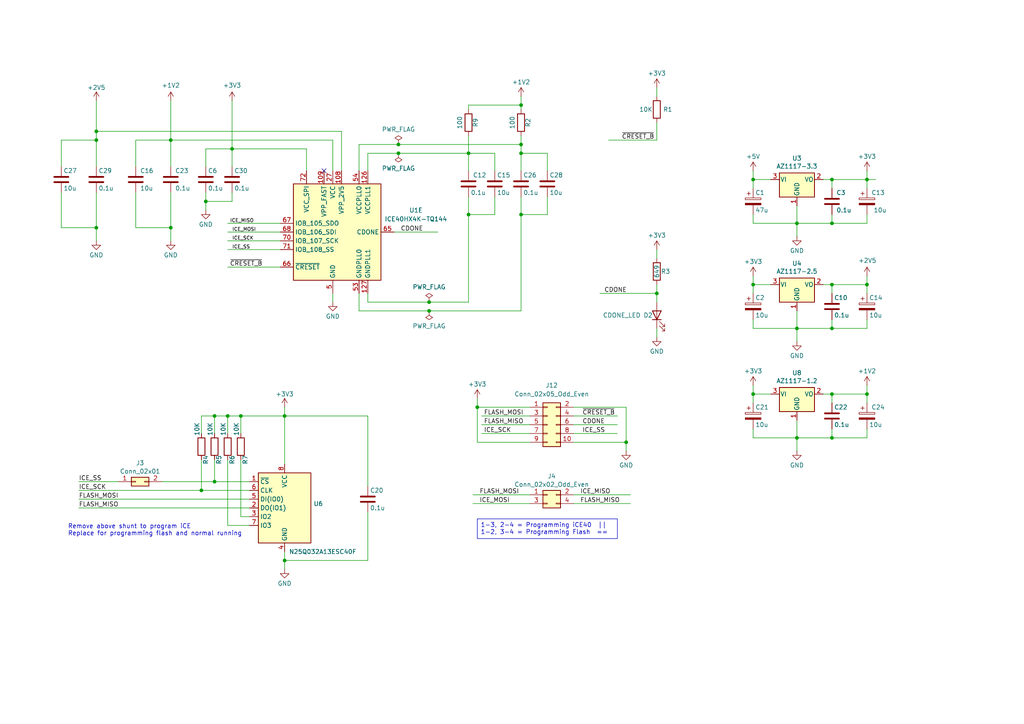
<source format=kicad_sch>
(kicad_sch (version 20250114) (generator "eeschema") (generator_version "9.0")
  (paper "A4")
  (lib_symbols
    (symbol "+1V2_1" (power) (pin_numbers (hide yes)) (pin_names (offset 0) (hide yes))
      (property "Value" "+1V2" (at 0 3.556 0))
      (symbol "+1V2_1_0_1"
        (polyline (pts (xy -0.762 1.27) (xy 0 2.54)))
        (polyline (pts (xy 0 2.54) (xy 0.762 1.27)))
        (polyline (pts (xy 0 0) (xy 0 2.54)))
      )
      (symbol "+1V2_1_1_1"
        (pin power_in line (at 0 0 90) (length 0) (name "~") (number "1"))
      )
    )
    (symbol "+1V2_2" (power) (pin_numbers (hide yes)) (pin_names (offset 0) (hide yes))
      (property "Value" "+1V2" (at 0 3.556 0))
      (symbol "+1V2_2_0_1"
        (polyline (pts (xy -0.762 1.27) (xy 0 2.54)))
        (polyline (pts (xy 0 2.54) (xy 0.762 1.27)))
        (polyline (pts (xy 0 0) (xy 0 2.54)))
      )
      (symbol "+1V2_2_1_1"
        (pin power_in line (at 0 0 90) (length 0) (name "~") (number "1"))
      )
    )
    (symbol "+1V2_3" (power) (pin_numbers (hide yes)) (pin_names (offset 0) (hide yes))
      (property "Value" "+1V2" (at 0 3.556 0))
      (symbol "+1V2_3_0_1"
        (polyline (pts (xy -0.762 1.27) (xy 0 2.54)))
        (polyline (pts (xy 0 2.54) (xy 0.762 1.27)))
        (polyline (pts (xy 0 0) (xy 0 2.54)))
      )
      (symbol "+1V2_3_1_1"
        (pin power_in line (at 0 0 90) (length 0) (name "~") (number "1"))
      )
    )
    (symbol "Connector_Generic:Conn_02x01" (pin_names (offset 1.016) (hide yes))
      (property "Reference" "J" (at 1.27 2.54 0))
      (property "Value" "Conn_02x01" (at 1.27 -2.54 0))
      (symbol "Conn_02x01_1_1"
        (rectangle (start -1.27 1.27) (end 3.81 -1.27) (stroke (width 0.254)) (fill (type background)))
        (rectangle (start -1.27 0.127) (end 0 -0.127) (stroke (width 0.1524)))
        (rectangle (start 3.81 0.127) (end 2.54 -0.127) (stroke (width 0.1524)))
        (pin passive line (at -5.08 0 0) (length 3.81) (name "Pin_1") (number "1"))
        (pin passive line (at 7.62 0 180) (length 3.81) (name "Pin_2") (number "2"))
      )
    )
    (symbol "Connector_Generic:Conn_02x02_Odd_Even" (pin_names (offset 1.016) (hide yes))
      (property "Reference" "J" (at 1.27 2.54 0))
      (property "Value" "Conn_02x02_Odd_Even" (at 1.27 -5.08 0))
      (symbol "Conn_02x02_Odd_Even_1_1"
        (rectangle (start -1.27 1.27) (end 3.81 -3.81) (stroke (width 0.254)) (fill (type background)))
        (rectangle (start -1.27 0.127) (end 0 -0.127) (stroke (width 0.1524)))
        (rectangle (start -1.27 -2.413) (end 0 -2.667) (stroke (width 0.1524)))
        (rectangle (start 3.81 0.127) (end 2.54 -0.127) (stroke (width 0.1524)))
        (rectangle (start 3.81 -2.413) (end 2.54 -2.667) (stroke (width 0.1524)))
        (pin passive line (at -5.08 0 0) (length 3.81) (name "Pin_1") (number "1"))
        (pin passive line (at -5.08 -2.54 0) (length 3.81) (name "Pin_3") (number "3"))
        (pin passive line (at 7.62 0 180) (length 3.81) (name "Pin_2") (number "2"))
        (pin passive line (at 7.62 -2.54 180) (length 3.81) (name "Pin_4") (number "4"))
      )
    )
    (symbol "Connector_Generic:Conn_02x05_Odd_Even" (pin_names (offset 1.016) (hide yes))
      (property "Reference" "J" (at 1.27 7.62 0))
      (property "Value" "Conn_02x05_Odd_Even" (at 1.27 -7.62 0))
      (symbol "Conn_02x05_Odd_Even_1_1"
        (rectangle (start -1.27 6.35) (end 3.81 -6.35) (stroke (width 0.254)) (fill (type background)))
        (rectangle (start -1.27 5.207) (end 0 4.953) (stroke (width 0.1524)))
        (rectangle (start -1.27 2.667) (end 0 2.413) (stroke (width 0.1524)))
        (rectangle (start -1.27 0.127) (end 0 -0.127) (stroke (width 0.1524)))
        (rectangle (start -1.27 -2.413) (end 0 -2.667) (stroke (width 0.1524)))
        (rectangle (start -1.27 -4.953) (end 0 -5.207) (stroke (width 0.1524)))
        (rectangle (start 3.81 5.207) (end 2.54 4.953) (stroke (width 0.1524)))
        (rectangle (start 3.81 2.667) (end 2.54 2.413) (stroke (width 0.1524)))
        (rectangle (start 3.81 0.127) (end 2.54 -0.127) (stroke (width 0.1524)))
        (rectangle (start 3.81 -2.413) (end 2.54 -2.667) (stroke (width 0.1524)))
        (rectangle (start 3.81 -4.953) (end 2.54 -5.207) (stroke (width 0.1524)))
        (pin passive line (at -5.08 5.08 0) (length 3.81) (name "Pin_1") (number "1"))
        (pin passive line (at -5.08 2.54 0) (length 3.81) (name "Pin_3") (number "3"))
        (pin passive line (at -5.08 0 0) (length 3.81) (name "Pin_5") (number "5"))
        (pin passive line (at -5.08 -2.54 0) (length 3.81) (name "Pin_7") (number "7"))
        (pin passive line (at -5.08 -5.08 0) (length 3.81) (name "Pin_9") (number "9"))
        (pin passive line (at 7.62 5.08 180) (length 3.81) (name "Pin_2") (number "2"))
        (pin passive line (at 7.62 2.54 180) (length 3.81) (name "Pin_4") (number "4"))
        (pin passive line (at 7.62 0 180) (length 3.81) (name "Pin_6") (number "6"))
        (pin passive line (at 7.62 -2.54 180) (length 3.81) (name "Pin_8") (number "8"))
        (pin passive line (at 7.62 -5.08 180) (length 3.81) (name "Pin_10") (number "10"))
      )
    )
    (symbol "Device:C" (pin_numbers (hide yes)) (pin_names (offset 0.254))
      (property "Reference" "C" (at 0.635 2.54 0))
      (property "Value" "C" (at 0.635 -2.54 0))
      (symbol "C_0_1"
        (polyline (pts (xy -2.032 0.762) (xy 2.032 0.762)) (stroke (width 0.508)))
        (polyline (pts (xy -2.032 -0.762) (xy 2.032 -0.762)) (stroke (width 0.508)))
      )
      (symbol "C_1_1"
        (pin passive line (at 0 3.81 270) (length 2.794) (name "~") (number "1"))
        (pin passive line (at 0 -3.81 90) (length 2.794) (name "~") (number "2"))
      )
    )
    (symbol "Device:C_Polarized" (pin_numbers (hide yes)) (pin_names (offset 0.254))
      (property "Reference" "C" (at 0.635 2.54 0))
      (property "Value" "C_Polarized" (at 0.635 -2.54 0))
      (symbol "C_Polarized_0_1"
        (rectangle (start -2.286 0.508) (end 2.286 1.016))
        (polyline (pts (xy -1.778 2.286) (xy -0.762 2.286)))
        (polyline (pts (xy -1.27 2.794) (xy -1.27 1.778)))
        (rectangle (start 2.286 -0.508) (end -2.286 -1.016) (fill (type outline)))
      )
      (symbol "C_Polarized_1_1"
        (pin passive line (at 0 3.81 270) (length 2.794) (name "~") (number "1"))
        (pin passive line (at 0 -3.81 90) (length 2.794) (name "~") (number "2"))
      )
    )
    (symbol "Device:LED" (pin_numbers (hide yes)) (pin_names (offset 1.016) (hide yes))
      (property "Reference" "D" (at 0 2.54 0))
      (property "Value" "LED" (at 0 -2.54 0))
      (symbol "LED_0_1"
        (polyline (pts (xy -3.048 -0.762) (xy -4.572 -2.286) (xy -3.81 -2.286) (xy -4.572 -2.286) (xy -4.572 -1.524)))
        (polyline (pts (xy -1.778 -0.762) (xy -3.302 -2.286) (xy -2.54 -2.286) (xy -3.302 -2.286) (xy -3.302 -1.524)))
        (polyline (pts (xy -1.27 0) (xy 1.27 0)))
        (polyline (pts (xy -1.27 -1.27) (xy -1.27 1.27)) (stroke (width 0.254)))
        (polyline (pts (xy 1.27 -1.27) (xy 1.27 1.27) (xy -1.27 0) (xy 1.27 -1.27)) (stroke (width 0.254)))
      )
      (symbol "LED_1_1"
        (pin passive line (at -3.81 0 0) (length 2.54) (name "K") (number "1"))
        (pin passive line (at 3.81 0 180) (length 2.54) (name "A") (number "2"))
      )
    )
    (symbol "Device:R" (pin_numbers (hide yes)) (pin_names (offset 0))
      (property "Reference" "R" (at 2.032 0 90))
      (property "Value" "R" (at 0 0 90))
      (symbol "R_0_1"
        (rectangle (start -1.016 -2.54) (end 1.016 2.54) (stroke (width 0.254)))
      )
      (symbol "R_1_1"
        (pin passive line (at 0 3.81 270) (length 1.27) (name "~") (number "1"))
        (pin passive line (at 0 -3.81 90) (length 1.27) (name "~") (number "2"))
      )
    )
    (symbol "FPGA_Lattice:ICE40HX4K-TQ144"
      (property "Reference" "U" (at 12.7 53.34 0))
      (property "Value" "ICE40HX4K-TQ144" (at 30.48 48.26 0))
      (symbol "ICE40HX4K-TQ144_1_1"
        (rectangle (start -8.89 41.91) (end 6.35 -36.83) (stroke (width 0.254)) (fill (type background)))
        (pin bidirectional line (at -12.7 30.48 0) (length 3.81) (name "IOT_168") (number "110"))
        (pin bidirectional line (at -12.7 27.94 0) (length 3.81) (name "IOT_169") (number "112"))
        (pin bidirectional line (at -12.7 25.4 0) (length 3.81) (name "IOT_170") (number "113"))
        (pin bidirectional line (at -12.7 22.86 0) (length 3.81) (name "IOT_171") (number "114"))
        (pin bidirectional line (at -12.7 20.32 0) (length 3.81) (name "IOT_172") (number "115"))
        (pin bidirectional line (at -12.7 17.78 0) (length 3.81) (name "IOT_173") (number "116"))
        (pin bidirectional line (at -12.7 15.24 0) (length 3.81) (name "IOT_174") (number "117"))
        (pin bidirectional line (at -12.7 12.7 0) (length 3.81) (name "IOT_177") (number "118"))
        (pin bidirectional line (at -12.7 10.16 0) (length 3.81) (name "IOT_178") (number "119"))
        (pin bidirectional line (at -12.7 7.62 0) (length 3.81) (name "IOT_179") (number "120"))
        (pin bidirectional line (at -12.7 5.08 0) (length 3.81) (name "IOT_181") (number "121"))
        (pin bidirectional line (at -12.7 2.54 0) (length 3.81) (name "IOT_190") (number "122"))
        (pin bidirectional line (at -12.7 0 0) (length 3.81) (name "IOT_191") (number "124"))
        (pin bidirectional line (at -12.7 -2.54 0) (length 3.81) (name "IOT_192") (number "125"))
        (pin bidirectional line (at -12.7 -5.08 0) (length 3.81) (name "IOT_197_GBIN1") (number "128"))
        (pin bidirectional line (at -12.7 -7.62 0) (length 3.81) (name "IOT_198_GBIN0") (number "129"))
        (pin bidirectional line (at -12.7 -10.16 0) (length 3.81) (name "IOT_206") (number "130"))
        (pin bidirectional line (at -12.7 -12.7 0) (length 3.81) (name "IOT_212") (number "134"))
        (pin bidirectional line (at -12.7 -15.24 0) (length 3.81) (name "IOT_213") (number "135"))
        (pin bidirectional line (at -12.7 -17.78 0) (length 3.81) (name "IOT_214") (number "136"))
        (pin bidirectional line (at -12.7 -20.32 0) (length 3.81) (name "IOT_215") (number "137"))
        (pin bidirectional line (at -12.7 -22.86 0) (length 3.81) (name "IOT_216") (number "138"))
        (pin bidirectional line (at -12.7 -25.4 0) (length 3.81) (name "IOT_217") (number "139"))
        (pin bidirectional line (at -12.7 -27.94 0) (length 3.81) (name "IOT_219") (number "141"))
        (pin bidirectional line (at -12.7 -30.48 0) (length 3.81) (name "IOT_220") (number "142"))
        (pin bidirectional line (at -12.7 -33.02 0) (length 3.81) (name "IOT_221") (number "143"))
        (pin bidirectional line (at -12.7 -35.56 0) (length 3.81) (name "IOT_222") (number "144"))
        (pin power_in line (at 0 45.72 270) (length 3.81) (name "VCCIO_0") (number "123"))
        (pin passive line (at 0 45.72 270) (length 3.81) (hide yes) (name "VCCIO_0") (number "131"))
      )
      (symbol "ICE40HX4K-TQ144_2_1"
        (rectangle (start -8.89 44.45) (end 6.35 -39.37) (stroke (width 0.254)) (fill (type background)))
        (pin bidirectional line (at -12.7 33.02 0) (length 3.81) (name "IOR_109") (number "73"))
        (pin bidirectional line (at -12.7 30.48 0) (length 3.81) (name "IOR_110") (number "74"))
        (pin bidirectional line (at -12.7 27.94 0) (length 3.81) (name "IOR_111") (number "75"))
        (pin bidirectional line (at -12.7 25.4 0) (length 3.81) (name "IOR_112") (number "76"))
        (pin bidirectional line (at -12.7 22.86 0) (length 3.81) (name "IOR_114") (number "78"))
        (pin bidirectional line (at -12.7 20.32 0) (length 3.81) (name "IOR_115") (number "79"))
        (pin bidirectional line (at -12.7 17.78 0) (length 3.81) (name "IOR_116") (number "80"))
        (pin bidirectional line (at -12.7 15.24 0) (length 3.81) (name "IOR_117") (number "81"))
        (pin bidirectional line (at -12.7 12.7 0) (length 3.81) (name "IOR_118") (number "82"))
        (pin bidirectional line (at -12.7 10.16 0) (length 3.81) (name "IOR_119") (number "83"))
        (pin bidirectional line (at -12.7 7.62 0) (length 3.81) (name "IOR_120") (number "84"))
        (pin bidirectional line (at -12.7 5.08 0) (length 3.81) (name "IOR_128") (number "85"))
        (pin bidirectional line (at -12.7 2.54 0) (length 3.81) (name "IOR_136") (number "87"))
        (pin bidirectional line (at -12.7 0 0) (length 3.81) (name "IOR_137") (number "88"))
        (pin bidirectional line (at -12.7 -2.54 0) (length 3.81) (name "IOR_138") (number "90"))
        (pin bidirectional line (at -12.7 -5.08 0) (length 3.81) (name "IOR_139") (number "91"))
        (pin bidirectional line (at -12.7 -7.62 0) (length 3.81) (name "IOR_140_GBIN3") (number "93"))
        (pin bidirectional line (at -12.7 -10.16 0) (length 3.81) (name "IOR_141_GBIN2") (number "94"))
        (pin bidirectional line (at -12.7 -12.7 0) (length 3.81) (name "IOR_144") (number "95"))
        (pin bidirectional line (at -12.7 -15.24 0) (length 3.81) (name "IOR_146") (number "96"))
        (pin bidirectional line (at -12.7 -17.78 0) (length 3.81) (name "IOR_147") (number "97"))
        (pin bidirectional line (at -12.7 -20.32 0) (length 3.81) (name "IOR_148") (number "98"))
        (pin bidirectional line (at -12.7 -22.86 0) (length 3.81) (name "IOR_152") (number "99"))
        (pin bidirectional line (at -12.7 -25.4 0) (length 3.81) (name "IOR_160") (number "101"))
        (pin bidirectional line (at -12.7 -27.94 0) (length 3.81) (name "IOR_161") (number "102"))
        (pin bidirectional line (at -12.7 -30.48 0) (length 3.81) (name "IOR_164") (number "104"))
        (pin bidirectional line (at -12.7 -33.02 0) (length 3.81) (name "IOR_165") (number "105"))
        (pin bidirectional line (at -12.7 -35.56 0) (length 3.81) (name "IOR_166") (number "106"))
        (pin bidirectional line (at -12.7 -38.1 0) (length 3.81) (name "IOR_167") (number "107"))
        (pin passive line (at 0 48.26 270) (length 3.81) (hide yes) (name "VCCIO_1") (number "100"))
        (pin power_in line (at 0 48.26 270) (length 3.81) (name "VCCIO_1") (number "89"))
      )
      (symbol "ICE40HX4K-TQ144_3_1"
        (rectangle (start -8.89 31.75) (end 7.62 -26.67) (stroke (width 0.254)) (fill (type background)))
        (pin bidirectional line (at -12.7 20.32 0) (length 3.81) (name "IOB_56") (number "37"))
        (pin bidirectional line (at -12.7 17.78 0) (length 3.81) (name "IOB_57") (number "38"))
        (pin bidirectional line (at -12.7 15.24 0) (length 3.81) (name "IOB_61") (number "39"))
        (pin bidirectional line (at -12.7 12.7 0) (length 3.81) (name "IOB_63") (number "41"))
        (pin bidirectional line (at -12.7 10.16 0) (length 3.81) (name "IOB_64") (number "42"))
        (pin bidirectional line (at -12.7 7.62 0) (length 3.81) (name "IOB_71") (number "43"))
        (pin bidirectional line (at -12.7 5.08 0) (length 3.81) (name "IOB_72") (number "44"))
        (pin bidirectional line (at -12.7 2.54 0) (length 3.81) (name "IOB_73") (number "45"))
        (pin bidirectional line (at -12.7 0 0) (length 3.81) (name "IOB_79") (number "47"))
        (pin bidirectional line (at -12.7 -2.54 0) (length 3.81) (name "IOB_80") (number "48"))
        (pin bidirectional line (at -12.7 -5.08 0) (length 3.81) (name "IOB_81_GBIN5") (number "49"))
        (pin bidirectional line (at -12.7 -7.62 0) (length 3.81) (name "IOB_82_GBIN4") (number "52"))
        (pin bidirectional line (at -12.7 -10.16 0) (length 3.81) (name "IOB_91") (number "55"))
        (pin bidirectional line (at -12.7 -12.7 0) (length 3.81) (name "IOB_94") (number "56"))
        (pin bidirectional line (at -12.7 -15.24 0) (length 3.81) (name "IOB_95") (number "60"))
        (pin bidirectional line (at -12.7 -17.78 0) (length 3.81) (name "IOB_96") (number "61"))
        (pin bidirectional line (at -12.7 -20.32 0) (length 3.81) (name "IOB_102") (number "62"))
        (pin bidirectional line (at -12.7 -22.86 0) (length 3.81) (name "IOB_103_CBSEL0") (number "63"))
        (pin bidirectional line (at -12.7 -25.4 0) (length 3.81) (name "IOB_104_CBSEL1") (number "64"))
        (pin power_in line (at 0 35.56 270) (length 3.81) (name "VCCIO_2") (number "46"))
        (pin passive line (at 0 35.56 270) (length 3.81) (hide yes) (name "VCCIO_2") (number "57"))
      )
      (symbol "ICE40HX4K-TQ144_4_1"
        (rectangle (start -8.89 41.91) (end 6.35 -39.37) (stroke (width 0.254)) (fill (type background)))
        (pin bidirectional line (at -12.7 30.48 0) (length 3.81) (name "IOL_2A") (number "1"))
        (pin bidirectional line (at -12.7 27.94 0) (length 3.81) (name "IOL_2B") (number "2"))
        (pin bidirectional line (at -12.7 25.4 0) (length 3.81) (name "IOL_3A") (number "3"))
        (pin bidirectional line (at -12.7 22.86 0) (length 3.81) (name "IOL_3B") (number "4"))
        (pin bidirectional line (at -12.7 20.32 0) (length 3.81) (name "IOL_4A") (number "7"))
        (pin bidirectional line (at -12.7 17.78 0) (length 3.81) (name "IOL_4B") (number "8"))
        (pin bidirectional line (at -12.7 15.24 0) (length 3.81) (name "IOL_5A") (number "9"))
        (pin bidirectional line (at -12.7 12.7 0) (length 3.81) (name "IOL_5B") (number "10"))
        (pin bidirectional line (at -12.7 10.16 0) (length 3.81) (name "IOL_8A") (number "11"))
        (pin bidirectional line (at -12.7 7.62 0) (length 3.81) (name "IOL_8B") (number "12"))
        (pin bidirectional line (at -12.7 5.08 0) (length 3.81) (name "IOL_10A") (number "15"))
        (pin bidirectional line (at -12.7 2.54 0) (length 3.81) (name "IOL_10B") (number "16"))
        (pin bidirectional line (at -12.7 0 0) (length 3.81) (name "IOL_12A") (number "17"))
        (pin bidirectional line (at -12.7 -2.54 0) (length 3.81) (name "IOL_12B") (number "18"))
        (pin bidirectional line (at -12.7 -5.08 0) (length 3.81) (name "IOL_13A") (number "19"))
        (pin bidirectional line (at -12.7 -7.62 0) (length 3.81) (name "IOL_13B_GBIN7") (number "20"))
        (pin bidirectional line (at -12.7 -10.16 0) (length 3.81) (name "IOL_14A_GBIN6") (number "21"))
        (pin bidirectional line (at -12.7 -12.7 0) (length 3.81) (name "IOL_14B") (number "22"))
        (pin bidirectional line (at -12.7 -15.24 0) (length 3.81) (name "IOL_17A") (number "23"))
        (pin bidirectional line (at -12.7 -17.78 0) (length 3.81) (name "IOL_17B") (number "24"))
        (pin bidirectional line (at -12.7 -20.32 0) (length 3.81) (name "IOL_18A") (number "25"))
        (pin bidirectional line (at -12.7 -22.86 0) (length 3.81) (name "IOL_18B") (number "26"))
        (pin bidirectional line (at -12.7 -25.4 0) (length 3.81) (name "IOL_23A") (number "28"))
        (pin bidirectional line (at -12.7 -27.94 0) (length 3.81) (name "IOL_23B") (number "29"))
        (pin bidirectional line (at -12.7 -30.48 0) (length 3.81) (name "IOL_24A") (number "31"))
        (pin bidirectional line (at -12.7 -33.02 0) (length 3.81) (name "IOL_24B") (number "32"))
        (pin bidirectional line (at -12.7 -35.56 0) (length 3.81) (name "IOL_25A") (number "33"))
        (pin bidirectional line (at -12.7 -38.1 0) (length 3.81) (name "IOL_25B") (number "34"))
        (pin passive line (at 0 45.72 270) (length 3.81) (hide yes) (name "VCCIO_3") (number "30"))
        (pin power_in line (at 0 45.72 270) (length 3.81) (name "VCCIO_3") (number "6"))
      )
      (symbol "ICE40HX4K-TQ144_5_1"
        (rectangle (start -11.43 13.97) (end 13.97 -13.97) (stroke (width 0.254)) (fill (type background)))
        (pin bidirectional line (at -15.24 2.54 0) (length 3.81) (name "IOB_105_SDO") (number "67"))
        (pin bidirectional line (at -15.24 0 0) (length 3.81) (name "IOB_106_SDI") (number "68"))
        (pin bidirectional line (at -15.24 -2.54 0) (length 3.81) (name "IOB_107_SCK") (number "70"))
        (pin bidirectional line (at -15.24 -5.08 0) (length 3.81) (name "IOB_108_SS") (number "71"))
        (pin input line (at -15.24 -10.16 0) (length 3.81) (name "~{CRESET}") (number "66"))
        (pin power_in line (at -7.62 17.78 270) (length 3.81) (name "VCC_SPI") (number "72"))
        (pin power_in line (at -2.54 17.78 270) (length 3.81) (name "VPP_FAST") (number "109"))
        (pin passive line (at 0 17.78 270) (length 3.81) (hide yes) (name "VCC") (number "111"))
        (pin power_in line (at 0 17.78 270) (length 3.81) (name "VCC") (number "27"))
        (pin passive line (at 0 17.78 270) (length 3.81) (hide yes) (name "VCC") (number "40"))
        (pin passive line (at 0 17.78 270) (length 3.81) (hide yes) (name "VCC") (number "92"))
        (pin passive line (at 0 -17.78 90) (length 3.81) (hide yes) (name "GND") (number "103"))
        (pin passive line (at 0 -17.78 90) (length 3.81) (hide yes) (name "GND") (number "13"))
        (pin passive line (at 0 -17.78 90) (length 3.81) (hide yes) (name "GND") (number "132"))
        (pin passive line (at 0 -17.78 90) (length 3.81) (hide yes) (name "GND") (number "14"))
        (pin passive line (at 0 -17.78 90) (length 3.81) (hide yes) (name "GND") (number "140"))
        (pin power_in line (at 0 -17.78 90) (length 3.81) (name "GND") (number "5"))
        (pin passive line (at 0 -17.78 90) (length 3.81) (hide yes) (name "GND") (number "59"))
        (pin passive line (at 0 -17.78 90) (length 3.81) (hide yes) (name "GND") (number "69"))
        (pin passive line (at 0 -17.78 90) (length 3.81) (hide yes) (name "GND") (number "86"))
        (pin power_in line (at 2.54 17.78 270) (length 3.81) (name "VPP_2V5") (number "108"))
        (pin power_in line (at 7.62 17.78 270) (length 3.81) (name "VCCPLL0") (number "54"))
        (pin power_in line (at 7.62 -17.78 90) (length 3.81) (name "GNDPLL0") (number "53"))
        (pin power_in line (at 10.16 17.78 270) (length 3.81) (name "VCCPLL1") (number "126"))
        (pin power_in line (at 10.16 -17.78 90) (length 3.81) (name "GNDPLL1") (number "127"))
        (pin no_connect line (at 12.7 7.62 180) (length 3.81) (hide yes) (name "NC") (number "77"))
        (pin no_connect line (at 12.7 5.08 180) (length 3.81) (hide yes) (name "NC") (number "35"))
        (pin no_connect line (at 12.7 2.54 180) (length 3.81) (hide yes) (name "NC") (number "36"))
        (pin no_connect line (at 12.7 -2.54 180) (length 3.81) (hide yes) (name "NC") (number "50"))
        (pin no_connect line (at 12.7 -5.08 180) (length 3.81) (hide yes) (name "NC") (number "51"))
        (pin no_connect line (at 12.7 -7.62 180) (length 3.81) (hide yes) (name "NC") (number "58"))
        (pin no_connect line (at 12.7 -10.16 180) (length 3.81) (hide yes) (name "NC") (number "133"))
        (pin open_collector line (at 17.78 0 180) (length 3.81) (name "CDONE") (number "65"))
      )
    )
    (symbol "Memory_Flash:W25Q32JVSS"
      (property "Reference" "U" (at -6.35 11.43 0))
      (property "Value" "W25Q32JVSS" (at 7.62 11.43 0))
      (symbol "W25Q32JVSS_0_1"
        (rectangle (start -7.62 10.16) (end 7.62 -10.16) (stroke (width 0.254)) (fill (type background)))
      )
      (symbol "W25Q32JVSS_1_1"
        (pin input line (at -10.16 7.62 0) (length 2.54) (name "~{CS}") (number "1"))
        (pin input line (at -10.16 5.08 0) (length 2.54) (name "CLK") (number "6"))
        (pin bidirectional line (at -10.16 2.54 0) (length 2.54) (name "DI(IO0)") (number "5"))
        (pin bidirectional line (at -10.16 0 0) (length 2.54) (name "DO(IO1)") (number "2"))
        (pin bidirectional line (at -10.16 -2.54 0) (length 2.54) (name "IO2") (number "3"))
        (pin bidirectional line (at -10.16 -5.08 0) (length 2.54) (name "IO3") (number "7"))
        (pin power_in line (at 0 12.7 270) (length 2.54) (name "VCC") (number "8"))
        (pin power_in line (at 0 -12.7 90) (length 2.54) (name "GND") (number "4"))
      )
    )
    (symbol "Regulator_Linear:AZ1117-1.2" (pin_names (offset 0.254))
      (property "Reference" "U" (at -3.81 3.175 0))
      (property "Value" "AZ1117-1.2" (at 0 3.175 0))
      (symbol "AZ1117-1.2_0_1"
        (rectangle (start -5.08 1.905) (end 5.08 -5.08) (stroke (width 0.254)) (fill (type background)))
      )
      (symbol "AZ1117-1.2_1_1"
        (pin power_in line (at -7.62 0 0) (length 2.54) (name "VI") (number "3"))
        (pin power_in line (at 0 -7.62 90) (length 2.54) (name "GND") (number "1"))
        (pin power_out line (at 7.62 0 180) (length 2.54) (name "VO") (number "2"))
      )
    )
    (symbol "power:+1V2" (power) (pin_numbers (hide yes)) (pin_names (offset 0) (hide yes))
      (property "Value" "+1V2" (at 0 3.556 0))
      (symbol "+1V2_0_1"
        (polyline (pts (xy -0.762 1.27) (xy 0 2.54)))
        (polyline (pts (xy 0 2.54) (xy 0.762 1.27)))
        (polyline (pts (xy 0 0) (xy 0 2.54)))
      )
      (symbol "+1V2_1_1"
        (pin power_in line (at 0 0 90) (length 0) (name "~") (number "1"))
      )
    )
    (symbol "power:+3V3" (power) (pin_numbers (hide yes)) (pin_names (offset 0) (hide yes))
      (property "Value" "+3V3" (at 0 3.556 0))
      (symbol "+3V3_0_1"
        (polyline (pts (xy -0.762 1.27) (xy 0 2.54)))
        (polyline (pts (xy 0 2.54) (xy 0.762 1.27)))
        (polyline (pts (xy 0 0) (xy 0 2.54)))
      )
      (symbol "+3V3_1_1"
        (pin power_in line (at 0 0 90) (length 0) (name "~") (number "1"))
      )
    )
    (symbol "power:+5V" (power) (pin_numbers (hide yes)) (pin_names (offset 0) (hide yes))
      (property "Value" "+5V" (at 0 3.556 0))
      (symbol "+5V_0_1"
        (polyline (pts (xy -0.762 1.27) (xy 0 2.54)))
        (polyline (pts (xy 0 2.54) (xy 0.762 1.27)))
        (polyline (pts (xy 0 0) (xy 0 2.54)))
      )
      (symbol "+5V_1_1"
        (pin power_in line (at 0 0 90) (length 0) (name "~") (number "1"))
      )
    )
    (symbol "power:GND" (power) (pin_numbers (hide yes)) (pin_names (offset 0) (hide yes))
      (property "Value" "GND" (at 0 -3.81 0))
      (symbol "GND_0_1"
        (polyline (pts (xy 0 0) (xy 0 -1.27) (xy 1.27 -1.27) (xy 0 -2.54) (xy -1.27 -1.27) (xy 0 -1.27)))
      )
      (symbol "GND_1_1"
        (pin power_in line (at 0 0 270) (length 0) (name "~") (number "1"))
      )
    )
    (symbol "power:PWR_FLAG" (power) (pin_numbers (hide yes)) (pin_names (offset 0) (hide yes))
      (property "Value" "PWR_FLAG" (at 0 3.81 0))
      (symbol "PWR_FLAG_0_0"
        (pin power_out line (at 0 0 90) (length 0) (name "~") (number "1"))
      )
      (symbol "PWR_FLAG_0_1"
        (polyline (pts (xy 0 0) (xy 0 1.27) (xy -1.016 1.905) (xy 0 2.54) (xy 1.016 1.905) (xy 0 1.27)))
      )
    )
  )
  (text "Remove above shunt to program iCE\nReplace for programming flash and normal running" (at 19.685 155.575 0) (effects (font (size 1.27 1.27)) (justify left bottom)))
  (text_box "1-3, 2-4 = Programming iCE40  ||\n1-2, 3-4 = Programming Flash  ==" (at 138.43 150.495 0) (size 40.64 5.715) (margins 0.9525 0.9525 0.9525 0.9525) (effects (font (size 1.27 1.27)) (justify left top)))
  (junction (at 241.3 64.77))
  (junction (at 27.94 40.64))
  (junction (at 251.46 114.3))
  (junction (at 49.53 40.64))
  (junction (at 151.13 44.45))
  (junction (at 67.31 43.18))
  (junction (at 151.13 30.48))
  (junction (at 82.55 162.56))
  (junction (at 231.14 95.25))
  (junction (at 251.46 52.07))
  (junction (at 82.55 120.65))
  (junction (at 231.14 64.77))
  (junction (at 151.13 41.91))
  (junction (at 49.53 66.04))
  (junction (at 218.44 114.3))
  (junction (at 241.3 114.3))
  (junction (at 66.04 120.65))
  (junction (at 241.3 82.55))
  (junction (at 241.3 127))
  (junction (at 251.46 82.55))
  (junction (at 115.57 41.91))
  (junction (at 115.57 44.45))
  (junction (at 241.3 52.07))
  (junction (at 135.89 44.45))
  (junction (at 135.89 62.23))
  (junction (at 231.14 127))
  (junction (at 124.46 90.17))
  (junction (at 27.94 38.1))
  (junction (at 138.43 118.11))
  (junction (at 59.69 58.42))
  (junction (at 151.13 62.23))
  (junction (at 218.44 82.55))
  (junction (at 27.94 66.04))
  (junction (at 190.5 85.09))
  (junction (at 62.23 139.7))
  (junction (at 218.44 52.07))
  (junction (at 69.85 120.65))
  (junction (at 181.61 128.27))
  (junction (at 241.3 95.25))
  (junction (at 58.42 142.24))
  (junction (at 62.23 120.65))
  (junction (at 124.46 87.63))
  (no_connect (at 93.98 49.53))
  (wire (pts (xy 17.78 55.88) (xy 17.78 66.04)))
  (wire (pts (xy 135.89 44.45) (xy 135.89 49.53)))
  (wire (pts (xy 104.14 90.17) (xy 104.14 85.09)))
  (wire (pts (xy 27.94 29.21) (xy 27.94 38.1)))
  (wire (pts (xy 67.31 48.26) (xy 67.31 43.18)))
  (wire (pts (xy 251.46 116.84) (xy 251.46 114.3)))
  (wire (pts (xy 176.53 40.64) (xy 190.5 40.64)))
  (wire (pts (xy 88.9 43.18) (xy 88.9 49.53)))
  (wire (pts (xy 231.14 127) (xy 231.14 130.81)))
  (wire (pts (xy 241.3 116.84) (xy 241.3 114.3)))
  (wire (pts (xy 66.04 120.65) (xy 69.85 120.65)))
  (wire (pts (xy 135.89 39.37) (xy 135.89 44.45)))
  (wire (pts (xy 22.86 144.78) (xy 72.39 144.78)))
  (wire (pts (xy 251.46 82.55) (xy 251.46 80.01)))
  (wire (pts (xy 27.94 38.1) (xy 99.06 38.1)))
  (wire (pts (xy 151.13 44.45) (xy 158.75 44.45)))
  (wire (pts (xy 66.04 72.39) (xy 81.28 72.39)))
  (wire (pts (xy 251.46 124.46) (xy 251.46 127)))
  (wire (pts (xy 218.44 114.3) (xy 218.44 116.84)))
  (wire (pts (xy 66.04 133.35) (xy 66.04 152.4)))
  (wire (pts (xy 66.04 77.47) (xy 81.28 77.47)))
  (wire (pts (xy 58.42 120.65) (xy 58.42 125.73)))
  (wire (pts (xy 241.3 95.25) (xy 251.46 95.25)))
  (wire (pts (xy 143.51 57.15) (xy 143.51 62.23)))
  (wire (pts (xy 218.44 82.55) (xy 218.44 85.09)))
  (wire (pts (xy 27.94 55.88) (xy 27.94 66.04)))
  (wire (pts (xy 135.89 62.23) (xy 143.51 62.23)))
  (wire (pts (xy 138.43 115.57) (xy 138.43 118.11)))
  (wire (pts (xy 218.44 114.3) (xy 218.44 111.76)))
  (wire (pts (xy 190.5 82.55) (xy 190.5 85.09)))
  (wire (pts (xy 72.39 152.4) (xy 66.04 152.4)))
  (wire (pts (xy 231.14 95.25) (xy 218.44 95.25)))
  (wire (pts (xy 218.44 95.25) (xy 218.44 92.71)))
  (wire (pts (xy 151.13 39.37) (xy 151.13 41.91)))
  (wire (pts (xy 231.14 64.77) (xy 218.44 64.77)))
  (wire (pts (xy 39.37 40.64) (xy 39.37 48.26)))
  (wire (pts (xy 22.86 142.24) (xy 58.42 142.24)))
  (wire (pts (xy 114.3 67.31) (xy 127 67.31)))
  (wire (pts (xy 59.69 43.18) (xy 59.69 48.26)))
  (wire (pts (xy 17.78 48.26) (xy 17.78 40.64)))
  (wire (pts (xy 96.52 40.64) (xy 96.52 49.53)))
  (wire (pts (xy 58.42 142.24) (xy 72.39 142.24)))
  (wire (pts (xy 22.86 147.32) (xy 72.39 147.32)))
  (wire (pts (xy 59.69 58.42) (xy 59.69 60.96)))
  (wire (pts (xy 190.5 72.39) (xy 190.5 74.93)))
  (wire (pts (xy 96.52 85.09) (xy 96.52 87.63)))
  (wire (pts (xy 181.61 128.27) (xy 181.61 118.11)))
  (wire (pts (xy 166.37 143.51) (xy 182.88 143.51)))
  (wire (pts (xy 231.14 121.92) (xy 231.14 127)))
  (wire (pts (xy 17.78 40.64) (xy 27.94 40.64)))
  (wire (pts (xy 190.5 85.09) (xy 173.99 85.09)))
  (wire (pts (xy 190.5 85.09) (xy 190.5 87.63)))
  (wire (pts (xy 151.13 30.48) (xy 151.13 31.75)))
  (wire (pts (xy 166.37 125.73) (xy 179.07 125.73)))
  (wire (pts (xy 59.69 58.42) (xy 59.69 55.88)))
  (wire (pts (xy 46.99 139.7) (xy 62.23 139.7)))
  (wire (pts (xy 218.44 52.07) (xy 218.44 54.61)))
  (wire (pts (xy 62.23 133.35) (xy 62.23 139.7)))
  (wire (pts (xy 158.75 57.15) (xy 158.75 62.23)))
  (wire (pts (xy 151.13 90.17) (xy 124.46 90.17)))
  (wire (pts (xy 66.04 120.65) (xy 66.04 125.73)))
  (wire (pts (xy 69.85 133.35) (xy 69.85 149.86)))
  (wire (pts (xy 166.37 120.65) (xy 179.07 120.65)))
  (wire (pts (xy 166.37 123.19) (xy 179.07 123.19)))
  (wire (pts (xy 39.37 66.04) (xy 49.53 66.04)))
  (wire (pts (xy 67.31 29.21) (xy 67.31 43.18)))
  (wire (pts (xy 49.53 29.21) (xy 49.53 40.64)))
  (wire (pts (xy 190.5 95.25) (xy 190.5 97.79)))
  (wire (pts (xy 82.55 118.11) (xy 82.55 120.65)))
  (wire (pts (xy 218.44 52.07) (xy 218.44 49.53)))
  (wire (pts (xy 27.94 40.64) (xy 27.94 48.26)))
  (wire (pts (xy 138.43 128.27) (xy 153.67 128.27)))
  (wire (pts (xy 241.3 64.77) (xy 251.46 64.77)))
  (wire (pts (xy 238.76 82.55) (xy 241.3 82.55)))
  (wire (pts (xy 223.52 82.55) (xy 218.44 82.55)))
  (wire (pts (xy 190.5 25.4) (xy 190.5 27.94)))
  (wire (pts (xy 135.89 62.23) (xy 135.89 57.15)))
  (wire (pts (xy 115.57 41.91) (xy 151.13 41.91)))
  (wire (pts (xy 139.7 120.65) (xy 153.67 120.65)))
  (wire (pts (xy 82.55 160.02) (xy 82.55 162.56)))
  (wire (pts (xy 135.89 44.45) (xy 143.51 44.45)))
  (wire (pts (xy 49.53 66.04) (xy 49.53 69.85)))
  (wire (pts (xy 106.68 49.53) (xy 106.68 44.45)))
  (wire (pts (xy 158.75 44.45) (xy 158.75 49.53)))
  (wire (pts (xy 106.68 87.63) (xy 124.46 87.63)))
  (wire (pts (xy 241.3 82.55) (xy 251.46 82.55)))
  (wire (pts (xy 27.94 66.04) (xy 27.94 69.85)))
  (wire (pts (xy 27.94 38.1) (xy 27.94 40.64)))
  (wire (pts (xy 251.46 92.71) (xy 251.46 95.25)))
  (wire (pts (xy 139.7 123.19) (xy 153.67 123.19)))
  (wire (pts (xy 69.85 149.86) (xy 72.39 149.86)))
  (wire (pts (xy 139.7 125.73) (xy 153.67 125.73)))
  (wire (pts (xy 82.55 162.56) (xy 82.55 165.1)))
  (wire (pts (xy 241.3 92.71) (xy 241.3 95.25)))
  (wire (pts (xy 231.14 95.25) (xy 241.3 95.25)))
  (wire (pts (xy 151.13 62.23) (xy 151.13 90.17)))
  (wire (pts (xy 69.85 120.65) (xy 82.55 120.65)))
  (wire (pts (xy 251.46 85.09) (xy 251.46 82.55)))
  (wire (pts (xy 82.55 134.62) (xy 82.55 120.65)))
  (wire (pts (xy 62.23 120.65) (xy 66.04 120.65)))
  (wire (pts (xy 39.37 40.64) (xy 49.53 40.64)))
  (wire (pts (xy 218.44 82.55) (xy 218.44 80.01)))
  (wire (pts (xy 151.13 62.23) (xy 158.75 62.23)))
  (wire (pts (xy 238.76 114.3) (xy 241.3 114.3)))
  (wire (pts (xy 231.14 95.25) (xy 231.14 99.06)))
  (wire (pts (xy 251.46 49.53) (xy 251.46 52.07)))
  (wire (pts (xy 241.3 124.46) (xy 241.3 127)))
  (wire (pts (xy 62.23 139.7) (xy 72.39 139.7)))
  (wire (pts (xy 137.16 146.05) (xy 153.67 146.05)))
  (wire (pts (xy 106.68 44.45) (xy 115.57 44.45)))
  (wire (pts (xy 241.3 54.61) (xy 241.3 52.07)))
  (wire (pts (xy 106.68 120.65) (xy 106.68 140.97)))
  (wire (pts (xy 99.06 38.1) (xy 99.06 49.53)))
  (wire (pts (xy 151.13 41.91) (xy 151.13 44.45)))
  (wire (pts (xy 58.42 120.65) (xy 62.23 120.65)))
  (wire (pts (xy 241.3 62.23) (xy 241.3 64.77)))
  (wire (pts (xy 231.14 64.77) (xy 241.3 64.77)))
  (wire (pts (xy 104.14 41.91) (xy 115.57 41.91)))
  (wire (pts (xy 39.37 55.88) (xy 39.37 66.04)))
  (wire (pts (xy 251.46 54.61) (xy 251.46 52.07)))
  (wire (pts (xy 67.31 43.18) (xy 88.9 43.18)))
  (wire (pts (xy 251.46 52.07) (xy 254 52.07)))
  (wire (pts (xy 106.68 148.59) (xy 106.68 162.56)))
  (wire (pts (xy 22.86 139.7) (xy 34.29 139.7)))
  (wire (pts (xy 231.14 59.69) (xy 231.14 64.77)))
  (wire (pts (xy 59.69 58.42) (xy 67.31 58.42)))
  (wire (pts (xy 135.89 31.75) (xy 135.89 30.48)))
  (wire (pts (xy 181.61 128.27) (xy 166.37 128.27)))
  (wire (pts (xy 124.46 87.63) (xy 135.89 87.63)))
  (wire (pts (xy 251.46 62.23) (xy 251.46 64.77)))
  (wire (pts (xy 66.04 64.77) (xy 81.28 64.77)))
  (wire (pts (xy 241.3 127) (xy 251.46 127)))
  (wire (pts (xy 138.43 118.11) (xy 138.43 128.27)))
  (wire (pts (xy 238.76 52.07) (xy 241.3 52.07)))
  (wire (pts (xy 218.44 64.77) (xy 218.44 62.23)))
  (wire (pts (xy 135.89 62.23) (xy 135.89 87.63)))
  (wire (pts (xy 49.53 40.64) (xy 49.53 48.26)))
  (wire (pts (xy 106.68 85.09) (xy 106.68 87.63)))
  (wire (pts (xy 49.53 40.64) (xy 96.52 40.64)))
  (wire (pts (xy 137.16 143.51) (xy 153.67 143.51)))
  (wire (pts (xy 181.61 130.81) (xy 181.61 128.27)))
  (wire (pts (xy 166.37 146.05) (xy 182.88 146.05)))
  (wire (pts (xy 218.44 127) (xy 218.44 124.46)))
  (wire (pts (xy 59.69 43.18) (xy 67.31 43.18)))
  (wire (pts (xy 69.85 120.65) (xy 69.85 125.73)))
  (wire (pts (xy 115.57 44.45) (xy 135.89 44.45)))
  (wire (pts (xy 151.13 44.45) (xy 151.13 49.53)))
  (wire (pts (xy 62.23 120.65) (xy 62.23 125.73)))
  (wire (pts (xy 241.3 114.3) (xy 251.46 114.3)))
  (wire (pts (xy 223.52 52.07) (xy 218.44 52.07)))
  (wire (pts (xy 106.68 120.65) (xy 82.55 120.65)))
  (wire (pts (xy 151.13 27.94) (xy 151.13 30.48)))
  (wire (pts (xy 82.55 162.56) (xy 106.68 162.56)))
  (wire (pts (xy 104.14 49.53) (xy 104.14 41.91)))
  (wire (pts (xy 17.78 66.04) (xy 27.94 66.04)))
  (wire (pts (xy 138.43 118.11) (xy 153.67 118.11)))
  (wire (pts (xy 231.14 127) (xy 241.3 127)))
  (wire (pts (xy 241.3 52.07) (xy 251.46 52.07)))
  (wire (pts (xy 223.52 114.3) (xy 218.44 114.3)))
  (wire (pts (xy 151.13 62.23) (xy 151.13 57.15)))
  (wire (pts (xy 66.04 67.31) (xy 81.28 67.31)))
  (wire (pts (xy 66.04 69.85) (xy 81.28 69.85)))
  (wire (pts (xy 231.14 90.17) (xy 231.14 95.25)))
  (wire (pts (xy 49.53 55.88) (xy 49.53 66.04)))
  (wire (pts (xy 251.46 114.3) (xy 251.46 111.76)))
  (wire (pts (xy 124.46 90.17) (xy 104.14 90.17)))
  (wire (pts (xy 231.14 64.77) (xy 231.14 68.58)))
  (wire (pts (xy 231.14 127) (xy 218.44 127)))
  (wire (pts (xy 135.89 30.48) (xy 151.13 30.48)))
  (wire (pts (xy 241.3 85.09) (xy 241.3 82.55)))
  (wire (pts (xy 58.42 133.35) (xy 58.42 142.24)))
  (wire (pts (xy 143.51 44.45) (xy 143.51 49.53)))
  (wire (pts (xy 181.61 118.11) (xy 166.37 118.11)))
  (wire (pts (xy 67.31 55.88) (xy 67.31 58.42)))
  (wire (pts (xy 190.5 35.56) (xy 190.5 40.64)))
  (label "CDONE" (at 116.205 67.31 0))
  (label "CDONE" (at 175.26 85.09 0))
  (label "ICE_SCK" (at 140.335 125.73 0))
  (label "ICE_SS" (at 67.31 72.39 0) (effects (font (size 1 1))))
  (label "FLASH_MISO" (at 168.275 146.05 0))
  (label "FLASH_MISO" (at 22.86 147.32 0))
  (label "ICE_SS" (at 22.86 139.7 0))
  (label "ICE_SS" (at 168.91 125.73 0))
  (label "~{CRESET_B}" (at 180.34 40.64 0))
  (label "ICE_SCK" (at 67.31 69.85 0) (effects (font (size 1 1))))
  (label "ICE_MISO" (at 168.275 143.51 0))
  (label "CDONE" (at 168.91 123.19 0))
  (label "FLASH_MOSI" (at 139.065 143.51 0))
  (label "FLASH_MOSI" (at 140.335 120.65 0))
  (label "ICE_MOSI" (at 67.31 67.31 0) (effects (font (size 1 1))))
  (label "~{CRESET_B}" (at 168.91 120.65 0))
  (label "ICE_MOSI" (at 139.065 146.05 0))
  (label "FLASH_MOSI" (at 22.86 144.78 0))
  (label "FLASH_MISO" (at 140.335 123.19 0))
  (label "ICE_MISO" (at 66.675 64.77 0) (effects (font (size 1 1))))
  (label "~{CRESET_B}" (at 66.675 77.47 0))
  (label "ICE_SCK" (at 22.86 142.24 0))
  (symbol (lib_name "+1V2_2") (lib_id "power:+1V2") (at 151.13 27.94 0) (unit 1)
    (property "Reference" "#PWR010" (effects (hide yes)))
    (property "Value" "+1V2" (at 151.13 23.8069 0))
    (property "Description" "Power symbol creates a global label with name \"+1V2\"" (effects (hide yes)))
  )
  (symbol (lib_id "Device:C_Polarized") (at 218.44 88.9 0) (unit 1)
    (property "Reference" "C2" (at 219.075 86.36 0) (effects (justify left)))
    (property "Value" "10u" (at 219.075 91.44 0) (effects (justify left)))
    (property "Footprint" "Capacitor_Tantalum_SMD:CP_EIA-3216-10_Kemet-I" (effects (hide yes)))
    (property "Description" "Polarized capacitor" (effects (hide yes)))
  )
  (symbol (lib_id "Connector_Generic:Conn_02x05_Odd_Even") (at 158.75 123.19 0) (unit 1)
    (property "Reference" "J12" (at 160.02 111.76 0))
    (property "Value" "Conn_02x05_Odd_Even" (at 160.02 114.3 0))
    (property "Footprint" "Connector_IDC:IDC-Header_2x05_P2.54mm_Vertical" (effects (hide yes)))
    (property "Description" "Generic connector, double row, 02x05, odd/even pin numbering scheme (row 1 odd numbers, row 2 even numbers), script generated (kicad-library-utils/schlib/autogen/connector/)" (effects (hide yes)))
  )
  (symbol (lib_id "Device:C") (at 241.3 58.42 0) (unit 1)
    (property "Reference" "C3" (at 242.57 55.88 0) (effects (justify left)))
    (property "Value" "0.1u" (at 242.57 60.96 0) (effects (justify left)))
    (property "Footprint" "Capacitor_SMD:C_0805_2012Metric" (effects (hide yes)))
  )
  (symbol (lib_id "Device:C_Polarized") (at 218.44 120.65 0) (unit 1)
    (property "Reference" "C21" (at 219.075 118.11 0) (effects (justify left)))
    (property "Value" "10u" (at 219.075 123.19 0) (effects (justify left)))
    (property "Footprint" "Capacitor_Tantalum_SMD:CP_EIA-3216-10_Kemet-I" (effects (hide yes)))
    (property "Description" "Polarized capacitor" (effects (hide yes)))
  )
  (symbol (lib_id "power:PWR_FLAG") (at 124.46 87.63 0) (unit 1)
    (property "Reference" "#FLG05" (effects (hide yes)))
    (property "Value" "PWR_FLAG" (at 124.46 83.2358 0))
    (property "Description" "Special symbol for telling ERC where power comes from" (effects (hide yes)))
  )
  (symbol (lib_id "Regulator_Linear:AZ1117-1.2") (at 231.14 82.55 0) (unit 1)
    (property "Reference" "U4" (at 231.14 76.4032 0))
    (property "Value" "AZ1117-2.5" (at 231.14 78.7146 0))
    (property "Footprint" "Package_TO_SOT_SMD:SOT-223-3_TabPin2" (effects (hide yes)))
    (property "Datasheet" "https://www.diodes.com/assets/Datasheets/AZ1117.pdf" (effects (hide yes)))
  )
  (symbol (lib_id "Device:R") (at 135.89 35.56 0) (unit 1)
    (property "Reference" "R9" (at 137.922 35.56 90))
    (property "Value" "100" (at 133.35 35.56 90))
    (property "Footprint" "Resistor_SMD:R_0805_2012Metric" (effects (hide yes)))
  )
  (symbol (lib_id "Device:R") (at 190.5 78.74 0) (unit 1)
    (property "Reference" "R3" (at 193.04 78.74 0))
    (property "Value" "649" (at 190.5 78.74 90))
    (property "Footprint" "Resistor_SMD:R_0805_2012Metric" (effects (hide yes)))
  )
  (symbol (lib_id "Device:C") (at 17.78 52.07 0) (unit 1)
    (property "Reference" "C27" (at 18.415 49.53 0) (effects (justify left)))
    (property "Value" "10u" (at 18.415 54.61 0) (effects (justify left)))
    (property "Footprint" "Capacitor_SMD:C_0805_2012Metric" (effects (hide yes)))
  )
  (symbol (lib_id "Regulator_Linear:AZ1117-1.2") (at 231.14 114.3 0) (unit 1)
    (property "Reference" "U8" (at 231.14 108.1532 0))
    (property "Value" "AZ1117-1.2" (at 231.14 110.4646 0))
    (property "Footprint" "Package_TO_SOT_SMD:SOT-223-3_TabPin2" (effects (hide yes)))
    (property "Datasheet" "https://www.diodes.com/assets/Datasheets/AZ1117.pdf" (effects (hide yes)))
  )
  (symbol (lib_name "+1V2_1") (lib_id "power:+1V2") (at 251.46 111.76 0) (unit 1)
    (property "Reference" "#PWR013" (effects (hide yes)))
    (property "Value" "+1V2" (at 251.46 107.6269 0))
    (property "Description" "Power symbol creates a global label with name \"+1V2\"" (effects (hide yes)))
  )
  (symbol (lib_id "Memory_Flash:W25Q32JVSS") (at 82.55 147.32 0) (unit 1)
    (property "Reference" "U6" (at 90.932 146.1079 0) (effects (justify left)))
    (property "Value" "N25Q032A13ESC40F" (at 83.82 160.02 0) (effects (justify left)))
    (property "Footprint" "Package_SO:SOP-8_3.9x4.9mm_P1.27mm" (effects (hide yes)))
    (property "Datasheet" "http://www.winbond.com/resource-files/w25q32jv%20revg%2003272018%20plus.pdf" (effects (hide yes)))
  )
  (symbol (lib_name "+1V2_3") (lib_id "power:+1V2") (at 49.53 29.21 0) (unit 1)
    (property "Reference" "#PWR031" (effects (hide yes)))
    (property "Value" "+1V2" (at 49.53 24.765 0))
    (property "Description" "Power symbol creates a global label with name \"+1V2\"" (effects (hide yes)))
  )
  (symbol (lib_id "Device:R") (at 190.5 31.75 0) (unit 1)
    (property "Reference" "R1" (at 193.675 31.75 0))
    (property "Value" "10K" (at 187.325 31.75 0))
    (property "Footprint" "Resistor_SMD:R_0805_2012Metric" (effects (hide yes)))
  )
  (symbol (lib_id "Device:C") (at 59.69 52.07 0) (unit 1)
    (property "Reference" "C6" (at 60.325 49.53 0) (effects (justify left)))
    (property "Value" "0.1u" (at 60.325 54.61 0) (effects (justify left)))
    (property "Footprint" "Capacitor_SMD:C_0805_2012Metric" (effects (hide yes)))
  )
  (symbol (lib_id "Device:C") (at 135.89 53.34 0) (unit 1)
    (property "Reference" "C12" (at 137.16 50.8 0) (effects (justify left)))
    (property "Value" "0.1u" (at 136.525 55.88 0) (effects (justify left)))
    (property "Footprint" "Capacitor_SMD:C_0805_2012Metric" (effects (hide yes)))
  )
  (symbol (lib_id "Device:C") (at 143.51 53.34 0) (unit 1)
    (property "Reference" "C15" (at 144.145 50.8 0) (effects (justify left)))
    (property "Value" "10u" (at 144.145 55.88 0) (effects (justify left)))
    (property "Footprint" "Capacitor_SMD:C_0805_2012Metric" (effects (hide yes)))
  )
  (symbol (lib_id "Device:R") (at 66.04 129.54 0) (unit 1)
    (property "Reference" "R6" (at 67.31 133.35 90))
    (property "Value" "10K" (at 64.77 124.46 90))
    (property "Footprint" "Resistor_SMD:R_0805_2012Metric" (effects (hide yes)))
  )
  (symbol (lib_id "Regulator_Linear:AZ1117-1.2") (at 231.14 52.07 0) (unit 1)
    (property "Reference" "U3" (at 231.14 45.9232 0))
    (property "Value" "AZ1117-3.3" (at 231.14 48.2346 0))
    (property "Footprint" "Package_TO_SOT_SMD:SOT-223-3_TabPin2" (effects (hide yes)))
    (property "Datasheet" "https://www.diodes.com/assets/Datasheets/AZ1117.pdf" (effects (hide yes)))
  )
  (symbol (lib_id "Device:C_Polarized") (at 251.46 88.9 0) (unit 1)
    (property "Reference" "C14" (at 252.095 86.36 0) (effects (justify left)))
    (property "Value" "10u" (at 252.095 91.44 0) (effects (justify left)))
    (property "Footprint" "Capacitor_Tantalum_SMD:CP_EIA-3216-10_Kemet-I" (effects (hide yes)))
    (property "Description" "Polarized capacitor" (effects (hide yes)))
  )
  (symbol (lib_id "power:GND") (at 190.5 97.79 0) (unit 1)
    (property "Reference" "#PWR023" (effects (hide yes)))
    (property "Value" "GND" (at 190.5 101.9231 0))
    (property "Description" "Power symbol creates a global label with name \"GND\" , ground" (effects (hide yes)))
  )
  (symbol (lib_id "power:+3V3") (at 190.5 72.39 0) (unit 1)
    (property "Reference" "#PWR022" (effects (hide yes)))
    (property "Value" "+3V3" (at 190.5 68.2569 0))
    (property "Description" "Power symbol creates a global label with name \"+3V3\"" (effects (hide yes)))
  )
  (symbol (lib_id "power:+3V3") (at 82.55 118.11 0) (unit 1)
    (property "Reference" "#PWR026" (effects (hide yes)))
    (property "Value" "+3V3" (at 82.55 114.3 0))
    (property "Description" "Power symbol creates a global label with name \"+3V3\"" (effects (hide yes)))
  )
  (symbol (lib_id "power:+1V2") (at 251.46 80.01 0) (unit 1)
    (property "Reference" "#PWR015" (effects (hide yes)))
    (property "Value" "+2V5" (at 248.92 75.565 0) (effects (justify left)))
    (property "Description" "Power symbol creates a global label with name \"+1V2\"" (effects (hide yes)))
  )
  (symbol (lib_id "power:GND") (at 96.52 87.63 0) (unit 1)
    (property "Reference" "#PWR017" (effects (hide yes)))
    (property "Value" "GND" (at 96.52 91.7631 0))
    (property "Description" "Power symbol creates a global label with name \"GND\" , ground" (effects (hide yes)))
  )
  (symbol (lib_id "power:+3V3") (at 251.46 49.53 0) (unit 1)
    (property "Reference" "#PWR014" (effects (hide yes)))
    (property "Value" "+3V3" (at 251.46 45.3969 0))
    (property "Description" "Power symbol creates a global label with name \"+3V3\"" (effects (hide yes)))
  )
  (symbol (lib_id "power:PWR_FLAG") (at 115.57 41.91 0) (unit 1)
    (property "Reference" "#FLG04" (effects (hide yes)))
    (property "Value" "PWR_FLAG" (at 115.57 37.5158 0))
    (property "Description" "Special symbol for telling ERC where power comes from" (effects (hide yes)))
  )
  (symbol (lib_id "Device:C") (at 27.94 52.07 0) (unit 1)
    (property "Reference" "C29" (at 28.575 49.53 0) (effects (justify left)))
    (property "Value" "0.1u" (at 28.575 54.61 0) (effects (justify left)))
    (property "Footprint" "Capacitor_SMD:C_0805_2012Metric" (effects (hide yes)))
  )
  (symbol (lib_id "Device:C") (at 151.13 53.34 0) (unit 1)
    (property "Reference" "C26" (at 151.765 50.8 0) (effects (justify left)))
    (property "Value" "0.1u" (at 151.765 55.88 0) (effects (justify left)))
    (property "Footprint" "Capacitor_SMD:C_0805_2012Metric" (effects (hide yes)))
  )
  (symbol (lib_id "power:+3V3") (at 218.44 80.01 0) (unit 1)
    (property "Reference" "#PWR02" (effects (hide yes)))
    (property "Value" "+3V3" (at 218.44 75.8769 0))
    (property "Description" "Power symbol creates a global label with name \"+3V3\"" (effects (hide yes)))
  )
  (symbol (lib_id "Device:R") (at 62.23 129.54 0) (unit 1)
    (property "Reference" "R5" (at 63.5 133.35 90))
    (property "Value" "10K" (at 60.96 124.46 90))
    (property "Footprint" "Resistor_SMD:R_0805_2012Metric" (effects (hide yes)))
  )
  (symbol (lib_id "power:+3V3") (at 138.43 115.57 0) (unit 1)
    (property "Reference" "#PWR016" (effects (hide yes)))
    (property "Value" "+3V3" (at 138.43 111.4369 0))
    (property "Description" "Power symbol creates a global label with name \"+3V3\"" (effects (hide yes)))
  )
  (symbol (lib_id "Connector_Generic:Conn_02x02_Odd_Even") (at 158.75 143.51 0) (unit 1)
    (property "Reference" "J4" (at 160.02 138.0957 0))
    (property "Value" "Conn_02x02_Odd_Even" (at 160.02 140.5199 0))
    (property "Footprint" "Connector_PinHeader_2.54mm:PinHeader_2x02_P2.54mm_Vertical" (effects (hide yes)))
  )
  (symbol (lib_id "Device:LED") (at 190.5 91.44 90) (unit 1)
    (property "Reference" "D2" (at 187.96 91.44 90))
    (property "Value" "CDONE_LED" (at 180.34 91.44 90))
    (property "Footprint" "LED_SMD:LED_1210_3225Metric" (effects (hide yes)))
  )
  (symbol (lib_id "Device:C") (at 67.31 52.07 0) (unit 1)
    (property "Reference" "C30" (at 67.945 49.53 0) (effects (justify left)))
    (property "Value" "0.1u" (at 67.945 54.61 0) (effects (justify left)))
    (property "Footprint" "Capacitor_SMD:C_0805_2012Metric" (effects (hide yes)))
  )
  (symbol (lib_id "Device:R") (at 69.85 129.54 0) (unit 1)
    (property "Reference" "R7" (at 71.12 133.35 90))
    (property "Value" "10K" (at 68.58 124.46 90))
    (property "Footprint" "Resistor_SMD:R_0805_2012Metric" (effects (hide yes)))
  )
  (symbol (lib_id "Device:C") (at 158.75 53.34 0) (unit 1)
    (property "Reference" "C28" (at 159.385 50.8 0) (effects (justify left)))
    (property "Value" "10u" (at 159.385 55.88 0) (effects (justify left)))
    (property "Footprint" "Capacitor_SMD:C_0805_2012Metric" (effects (hide yes)))
  )
  (symbol (lib_id "Device:C") (at 241.3 120.65 0) (unit 1)
    (property "Reference" "C22" (at 241.935 118.11 0) (effects (justify left)))
    (property "Value" "0.1u" (at 241.935 123.19 0) (effects (justify left)))
    (property "Footprint" "Capacitor_SMD:C_0805_2012Metric" (effects (hide yes)))
  )
  (symbol (lib_id "Device:R") (at 151.13 35.56 0) (unit 1)
    (property "Reference" "R2" (at 153.162 35.56 90))
    (property "Value" "100" (at 148.59 35.56 90))
    (property "Footprint" "Resistor_SMD:R_0805_2012Metric" (effects (hide yes)))
  )
  (symbol (lib_id "Device:C") (at 39.37 52.07 0) (unit 1)
    (property "Reference" "C16" (at 40.64 49.53 0) (effects (justify left)))
    (property "Value" "10u" (at 40.64 54.61 0) (effects (justify left)))
    (property "Footprint" "Capacitor_SMD:C_0805_2012Metric" (effects (hide yes)))
  )
  (symbol (lib_id "power:GND") (at 231.14 99.06 0) (unit 1)
    (property "Reference" "#PWR06" (effects (hide yes)))
    (property "Value" "GND" (at 231.14 103.1931 0))
    (property "Description" "Power symbol creates a global label with name \"GND\" , ground" (effects (hide yes)))
  )
  (symbol (lib_id "Device:C_Polarized") (at 251.46 58.42 0) (unit 1)
    (property "Reference" "C13" (at 252.73 55.88 0) (effects (justify left)))
    (property "Value" "10u" (at 253.365 60.96 0) (effects (justify left)))
    (property "Footprint" "Capacitor_Tantalum_SMD:CP_EIA-3216-10_Kemet-I" (effects (hide yes)))
    (property "Description" "Polarized capacitor" (effects (hide yes)))
  )
  (symbol (lib_id "Device:C") (at 106.68 144.78 0) (unit 1)
    (property "Reference" "C20" (at 107.315 142.24 0) (effects (justify left)))
    (property "Value" "0.1u" (at 107.315 147.32 0) (effects (justify left)))
    (property "Footprint" "Capacitor_SMD:C_0805_2012Metric" (effects (hide yes)))
  )
  (symbol (lib_id "power:GND") (at 59.69 60.96 0) (unit 1)
    (property "Reference" "#PWR07" (effects (hide yes)))
    (property "Value" "GND" (at 59.69 65.0931 0))
    (property "Description" "Power symbol creates a global label with name \"GND\" , ground" (effects (hide yes)))
  )
  (symbol (lib_id "power:+5V") (at 218.44 49.53 0) (unit 1)
    (property "Reference" "#PWR01" (effects (hide yes)))
    (property "Value" "+5V" (at 218.44 45.3969 0))
    (property "Description" "Power symbol creates a global label with name \"+5V\"" (effects (hide yes)))
  )
  (symbol (lib_id "power:GND") (at 231.14 130.81 0) (unit 1)
    (property "Reference" "#PWR012" (effects (hide yes)))
    (property "Value" "GND" (at 231.14 134.9431 0))
    (property "Description" "Power symbol creates a global label with name \"GND\" , ground" (effects (hide yes)))
  )
  (symbol (lib_id "power:GND") (at 231.14 68.58 0) (unit 1)
    (property "Reference" "#PWR03" (effects (hide yes)))
    (property "Value" "GND" (at 231.14 72.7131 0))
    (property "Description" "Power symbol creates a global label with name \"GND\" , ground" (effects (hide yes)))
  )
  (symbol (lib_id "FPGA_Lattice:ICE40HX4K-TQ144") (at 96.52 67.31 0) (unit 5)
    (property "Reference" "U1" (at 120.65 60.9914 0))
    (property "Value" "ICE40HX4K-TQ144" (at 120.65 63.5314 0))
    (property "Footprint" "Package_QFP:TQFP-144_20x20mm_P0.5mm" (effects (hide yes)))
    (property "Datasheet" "http://www.latticesemi.com/Products/FPGAandCPLD/iCE40" (effects (hide yes)))
    (property "Description" "iCE40 HX FPGA, 3520 LUTs, 1.2V, TQFP-144" (effects (hide yes)))
  )
  (symbol (lib_id "power:PWR_FLAG") (at 124.46 90.17 180) (unit 1)
    (property "Reference" "#FLG07" (effects (hide yes)))
    (property "Value" "PWR_FLAG" (at 124.46 94.5642 0))
    (property "Description" "Special symbol for telling ERC where power comes from" (effects (hide yes)))
  )
  (symbol (lib_id "power:+3V3") (at 67.31 29.21 0) (unit 1)
    (property "Reference" "#PWR08" (effects (hide yes)))
    (property "Value" "+3V3" (at 67.31 24.765 0))
    (property "Description" "Power symbol creates a global label with name \"+3V3\"" (effects (hide yes)))
  )
  (symbol (lib_id "power:+3V3") (at 218.44 111.76 0) (unit 1)
    (property "Reference" "#PWR011" (effects (hide yes)))
    (property "Value" "+3V3" (at 218.44 107.6269 0))
    (property "Description" "Power symbol creates a global label with name \"+3V3\"" (effects (hide yes)))
  )
  (symbol (lib_id "power:+1V2") (at 27.94 29.21 0) (unit 1)
    (property "Reference" "#PWR030" (effects (hide yes)))
    (property "Value" "+2V5" (at 27.94 25.4 0))
    (property "Description" "Power symbol creates a global label with name \"+1V2\"" (effects (hide yes)))
  )
  (symbol (lib_id "Device:C") (at 241.3 88.9 0) (unit 1)
    (property "Reference" "C10" (at 241.935 86.36 0) (effects (justify left)))
    (property "Value" "0.1u" (at 241.935 91.44 0) (effects (justify left)))
    (property "Footprint" "Capacitor_SMD:C_0805_2012Metric" (effects (hide yes)))
  )
  (symbol (lib_id "Device:C_Polarized") (at 218.44 58.42 0) (unit 1)
    (property "Reference" "C1" (at 219.075 55.88 0) (effects (justify left)))
    (property "Value" "47u" (at 219.075 60.96 0) (effects (justify left)))
    (property "Footprint" "Capacitor_Tantalum_SMD:CP_EIA-7343-15_Kemet-W" (effects (hide yes)))
    (property "Description" "Polarized capacitor" (effects (hide yes)))
  )
  (symbol (lib_id "Connector_Generic:Conn_02x01") (at 39.37 139.7 0) (unit 1)
    (property "Reference" "J3" (at 40.64 134.2857 0))
    (property "Value" "Conn_02x01" (at 40.64 136.7099 0))
    (property "Footprint" "Connector_PinHeader_2.54mm:PinHeader_2x01_P2.54mm_Vertical" (effects (hide yes)))
  )
  (symbol (lib_id "Device:R") (at 58.42 129.54 0) (unit 1)
    (property "Reference" "R4" (at 59.69 133.35 90))
    (property "Value" "10K" (at 57.15 124.46 90))
    (property "Footprint" "Resistor_SMD:R_0805_2012Metric" (effects (hide yes)))
  )
  (symbol (lib_id "power:PWR_FLAG") (at 115.57 44.45 180) (unit 1)
    (property "Reference" "#FLG02" (effects (hide yes)))
    (property "Value" "PWR_FLAG" (at 115.57 48.8442 0))
    (property "Description" "Special symbol for telling ERC where power comes from" (effects (hide yes)))
  )
  (symbol (lib_id "power:+3V3") (at 190.5 25.4 0) (unit 1)
    (property "Reference" "#PWR018" (effects (hide yes)))
    (property "Value" "+3V3" (at 190.5 21.2669 0))
    (property "Description" "Power symbol creates a global label with name \"+3V3\"" (effects (hide yes)))
  )
  (symbol (lib_id "Device:C_Polarized") (at 251.46 120.65 0) (unit 1)
    (property "Reference" "C24" (at 252.73 118.11 0) (effects (justify left)))
    (property "Value" "10u" (at 252.095 123.19 0) (effects (justify left)))
    (property "Footprint" "Capacitor_Tantalum_SMD:CP_EIA-3216-10_Kemet-I" (effects (hide yes)))
    (property "Description" "Polarized capacitor" (effects (hide yes)))
  )
  (symbol (lib_id "power:GND") (at 181.61 130.81 0) (unit 1)
    (property "Reference" "#PWR045" (effects (hide yes)))
    (property "Value" "GND" (at 181.61 134.9431 0))
    (property "Description" "Power symbol creates a global label with name \"GND\" , ground" (effects (hide yes)))
  )
  (symbol (lib_id "power:GND") (at 49.53 69.85 0) (unit 1)
    (property "Reference" "#PWR021" (effects (hide yes)))
    (property "Value" "GND" (at 49.53 73.9831 0))
    (property "Description" "Power symbol creates a global label with name \"GND\" , ground" (effects (hide yes)))
  )
  (symbol (lib_id "power:GND") (at 27.94 69.85 0) (unit 1)
    (property "Reference" "#PWR033" (effects (hide yes)))
    (property "Value" "GND" (at 27.94 73.9831 0))
    (property "Description" "Power symbol creates a global label with name \"GND\" , ground" (effects (hide yes)))
  )
  (symbol (lib_id "Device:C") (at 49.53 52.07 0) (unit 1)
    (property "Reference" "C23" (at 50.8 49.53 0) (effects (justify left)))
    (property "Value" "0.1u" (at 50.8 54.61 0) (effects (justify left)))
    (property "Footprint" "Capacitor_SMD:C_0805_2012Metric" (effects (hide yes)))
  )
  (symbol (lib_id "power:GND") (at 82.55 165.1 0) (unit 1)
    (property "Reference" "#PWR027" (effects (hide yes)))
    (property "Value" "GND" (at 82.55 169.2331 0))
    (property "Description" "Power symbol creates a global label with name \"GND\" , ground" (effects (hide yes)))
  )
)
</source>
